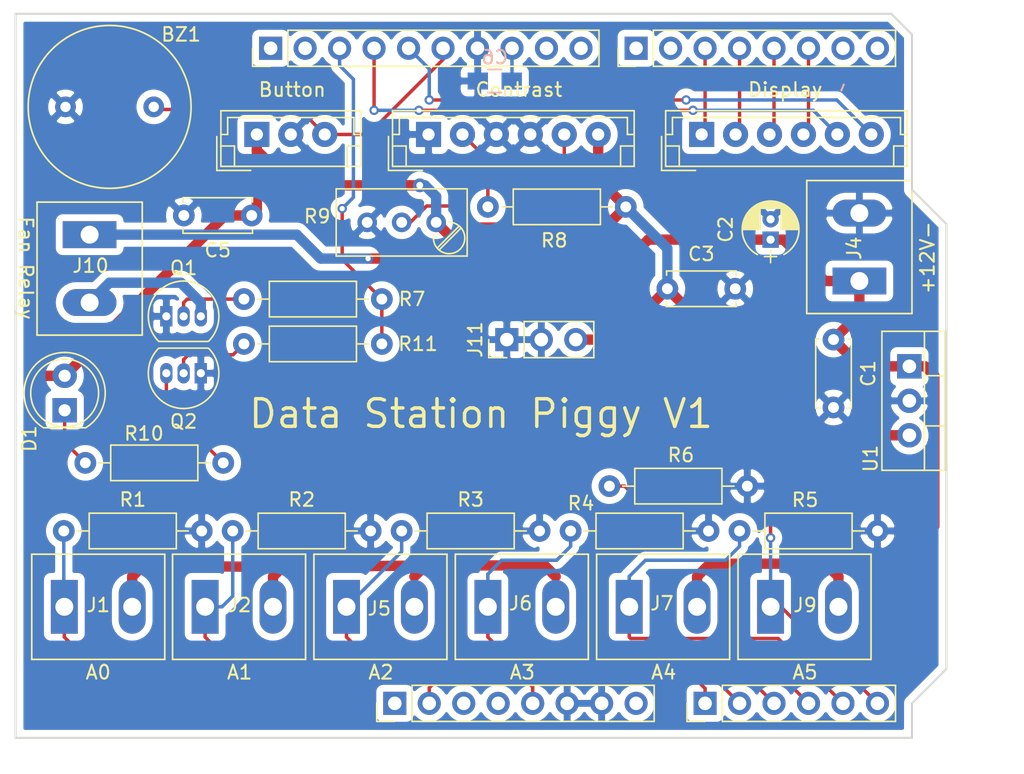
<source format=kicad_pcb>
(kicad_pcb (version 20171130) (host pcbnew "(5.1.5)-3")
  (title_block (date "lun. 30 mars 2015"))
  (layers (0 F.Cu signal) (31 B.Cu signal) (37 F.SilkS user) (38 B.Mask user hide) (39 F.Mask user) (44 Edge.Cuts user))
  (net 0 "")
  (net 1 +5V)
  (net 2 GND)
  (net 3 +12V)
  (net 4 "Net-(D1-Pad1)")
  (net 5 A0)
  (net 6 A1)
  (net 7 "Net-(J3-Pad2)")
  (net 8 "Net-(J3-Pad5)")
  (net 9 A2)
  (net 10 A3)
  (net 11 A4)
  (net 12 A5)
  (net 13 "Net-(J10-Pad2)")
  (net 14 "Net-(Q1-Pad2)")
  (net 15 "Net-(Q2-Pad3)")
  (net 16 "Net-(Q2-Pad2)")
  (net 17 D10)
  (net 18 D13)
  (net 19 AREF)
  (net 20 D12)
  (net 21 D11)
  (net 22 D5)
  (net 23 D4)
  (net 24 D3)
  (net 25 D2)
  (net 26 5V)
  (module Pin_Headers:Pin_Header_Straight_1x08_Pitch2.54mm (layer F.Cu) (at 156.718 75.565 90)
    (fp_text reference J16 hide)
    (fp_text value Conn_01x08_Male)
    (pad 8 thru_hole oval (at 0 17.78 90) (size 1.7 1.7) (drill 1) (layers *.Cu *.Mask))
    (pad 7 thru_hole oval (at 0 15.24 90) (size 1.7 1.7) (drill 1) (layers *.Cu *.Mask))
    (pad 6 thru_hole oval (at 0 12.7 90) (size 1.7 1.7) (drill 1) (layers *.Cu *.Mask) (net 22 D5))
    (pad 5 thru_hole oval (at 0 10.16 90) (size 1.7 1.7) (drill 1) (layers *.Cu *.Mask) (net 23 D4))
    (pad 4 thru_hole oval (at 0 7.62 90) (size 1.7 1.7) (drill 1) (layers *.Cu *.Mask) (net 24 D3))
    (pad 3 thru_hole oval (at 0 5.08 90) (size 1.7 1.7) (drill 1) (layers *.Cu *.Mask) (net 25 D2))
    (pad 2 thru_hole oval (at 0 2.54 90) (size 1.7 1.7) (drill 1) (layers *.Cu *.Mask))
    (pad 1 thru_hole rect (at 0 0 90) (size 1.7 1.7) (drill 1) (layers *.Cu *.Mask))
  )
  (module Potentiometers:Potentiometer_Trimmer_Bourns_3296W (layer F.Cu) (at 141.986 88.392)
    (fp_text reference R9 (at -8.763 -0.4445) (layer F.SilkS))
    (fp_text value 10k)
    (pad 3 thru_hole circle (at -5.08 0) (size 1.44 1.44) (drill 0.8) (layers *.Cu *.Mask) (net 2 GND))
    (pad 2 thru_hole circle (at -2.54 0) (size 1.44 1.44) (drill 0.8) (layers *.Cu *.Mask) (net 8 "Net-(J3-Pad5)"))
    (pad 1 thru_hole circle (at 0 0) (size 1.44 1.44) (drill 0.8) (layers *.Cu *.Mask) (net 1 +5V))
  )
  (module Capacitors_THT:C_Disc_D5.0mm_W2.5mm_P5.00mm (layer F.Cu) (at 171.2595 97.028 270)
    (fp_text reference C1 (at 2.5 -2.56 90) (layer F.SilkS))
    (fp_text value 0.33)
    (pad 2 thru_hole circle (at 5 0 270) (size 1.6 1.6) (drill 0.8) (layers *.Cu *.Mask) (net 2 GND))
    (pad 1 thru_hole circle (at 0 0 270) (size 1.6 1.6) (drill 0.8) (layers *.Cu *.Mask) (net 3 +12V))
  )
  (module Capacitors_THT:CP_Radial_D4.0mm_P1.50mm (layer F.Cu) (at 166.624 89.662 90)
    (fp_text reference C2 (at 0.75 -3.31 90) (layer F.SilkS))
    (fp_text value 10u)
    (pad 2 thru_hole circle (at 1.5 0 90) (size 1.2 1.2) (drill 0.6) (layers *.Cu *.Mask) (net 2 GND))
    (pad 1 thru_hole rect (at 0 0 90) (size 1.2 1.2) (drill 0.6) (layers *.Cu *.Mask) (net 3 +12V))
  )
  (module Capacitors_THT:C_Disc_D5.0mm_W2.5mm_P5.00mm (layer F.Cu) (at 159.0205 93.2815)
    (fp_text reference C3 (at 2.5 -2.56) (layer F.SilkS))
    (fp_text value 0.1)
    (pad 2 thru_hole circle (at 5 0) (size 1.6 1.6) (drill 0.8) (layers *.Cu *.Mask) (net 2 GND))
    (pad 1 thru_hole circle (at 0 0) (size 1.6 1.6) (drill 0.8) (layers *.Cu *.Mask) (net 1 +5V))
  )
  (module Capacitors_THT:C_Disc_D5.0mm_W2.5mm_P5.00mm (layer F.Cu) (at 128.397 87.884 180)
    (fp_text reference C5 (at 2.5 -2.56) (layer F.SilkS))
    (fp_text value 0.1)
    (pad 2 thru_hole circle (at 5 0 180) (size 1.6 1.6) (drill 0.8) (layers *.Cu *.Mask) (net 2 GND))
    (pad 1 thru_hole circle (at 0 0 180) (size 1.6 1.6) (drill 0.8) (layers *.Cu *.Mask) (net 1 +5V))
  )
  (module LEDs:LED_D5.0mm (layer F.Cu) (at 114.6175 102.235 90)
    (fp_text reference D1 (at -2.0955 -2.6035 90) (layer F.SilkS))
    (fp_text value LED)
    (pad 2 thru_hole circle (at 2.54 0 90) (size 1.8 1.8) (drill 0.9) (layers *.Cu *.Mask) (net 1 +5V))
    (pad 1 thru_hole rect (at 0 0 90) (size 1.8 1.8) (drill 0.9) (layers *.Cu *.Mask) (net 4 "Net-(D1-Pad1)"))
  )
  (module Resistors_THT:R_Axial_DIN0207_L6.3mm_D2.5mm_P10.16mm_Horizontal (layer F.Cu) (at 114.554 111.125)
    (fp_text reference R1 (at 5.08 -2.31) (layer F.SilkS))
    (fp_text value 10k)
    (pad 1 thru_hole circle (at 0 0) (size 1.6 1.6) (drill 0.8) (layers *.Cu *.Mask) (net 5 A0))
    (pad 2 thru_hole oval (at 10.16 0) (size 1.6 1.6) (drill 0.8) (layers *.Cu *.Mask) (net 2 GND))
  )
  (module Resistors_THT:R_Axial_DIN0207_L6.3mm_D2.5mm_P10.16mm_Horizontal (layer F.Cu) (at 127 111.125)
    (fp_text reference R2 (at 5.08 -2.31) (layer F.SilkS))
    (fp_text value 10k)
    (pad 1 thru_hole circle (at 0 0) (size 1.6 1.6) (drill 0.8) (layers *.Cu *.Mask) (net 6 A1))
    (pad 2 thru_hole oval (at 10.16 0) (size 1.6 1.6) (drill 0.8) (layers *.Cu *.Mask) (net 2 GND))
  )
  (module Resistors_THT:R_Axial_DIN0207_L6.3mm_D2.5mm_P10.16mm_Horizontal (layer F.Cu) (at 139.446 111.125)
    (fp_text reference R3 (at 5.08 -2.31) (layer F.SilkS))
    (fp_text value 10k)
    (pad 2 thru_hole oval (at 10.16 0) (size 1.6 1.6) (drill 0.8) (layers *.Cu *.Mask) (net 2 GND))
    (pad 1 thru_hole circle (at 0 0) (size 1.6 1.6) (drill 0.8) (layers *.Cu *.Mask) (net 9 A2))
  )
  (module Resistors_THT:R_Axial_DIN0207_L6.3mm_D2.5mm_P10.16mm_Horizontal (layer F.Cu) (at 151.892 111.125)
    (fp_text reference R4 (at 0.762 -2.032) (layer F.SilkS))
    (fp_text value 10k)
    (pad 1 thru_hole circle (at 0 0) (size 1.6 1.6) (drill 0.8) (layers *.Cu *.Mask) (net 10 A3))
    (pad 2 thru_hole oval (at 10.16 0) (size 1.6 1.6) (drill 0.8) (layers *.Cu *.Mask) (net 2 GND))
  )
  (module Resistors_THT:R_Axial_DIN0207_L6.3mm_D2.5mm_P10.16mm_Horizontal (layer F.Cu) (at 164.338 111.125)
    (fp_text reference R5 (at 4.826 -2.286) (layer F.SilkS))
    (fp_text value 220)
    (pad 2 thru_hole oval (at 10.16 0) (size 1.6 1.6) (drill 0.8) (layers *.Cu *.Mask) (net 2 GND))
    (pad 1 thru_hole circle (at 0 0) (size 1.6 1.6) (drill 0.8) (layers *.Cu *.Mask) (net 11 A4))
  )
  (module Resistors_THT:R_Axial_DIN0207_L6.3mm_D2.5mm_P10.16mm_Horizontal (layer F.Cu) (at 154.7495 107.823)
    (fp_text reference R6 (at 5.2705 -2.286) (layer F.SilkS))
    (fp_text value 220)
    (pad 1 thru_hole circle (at 0 0) (size 1.6 1.6) (drill 0.8) (layers *.Cu *.Mask) (net 12 A5))
    (pad 2 thru_hole oval (at 10.16 0) (size 1.6 1.6) (drill 0.8) (layers *.Cu *.Mask) (net 2 GND))
  )
  (module Resistors_THT:R_Axial_DIN0207_L6.3mm_D2.5mm_P10.16mm_Horizontal (layer F.Cu) (at 127.8255 94.0435)
    (fp_text reference R7 (at 12.3825 0) (layer F.SilkS))
    (fp_text value 2.2k)
    (pad 2 thru_hole oval (at 10.16 0) (size 1.6 1.6) (drill 0.8) (layers *.Cu *.Mask) (net 17 D10))
    (pad 1 thru_hole circle (at 0 0) (size 1.6 1.6) (drill 0.8) (layers *.Cu *.Mask) (net 14 "Net-(Q1-Pad2)"))
  )
  (module Resistors_THT:R_Axial_DIN0207_L6.3mm_D2.5mm_P10.16mm_Horizontal (layer F.Cu) (at 145.796 87.249)
    (fp_text reference R8 (at 4.8895 2.4765) (layer F.SilkS))
    (fp_text value 220)
    (pad 1 thru_hole circle (at 0 0) (size 1.6 1.6) (drill 0.8) (layers *.Cu *.Mask) (net 7 "Net-(J3-Pad2)"))
    (pad 2 thru_hole oval (at 10.16 0) (size 1.6 1.6) (drill 0.8) (layers *.Cu *.Mask) (net 1 +5V))
  )
  (module Resistors_THT:R_Axial_DIN0207_L6.3mm_D2.5mm_P10.16mm_Horizontal (layer F.Cu) (at 126.3015 106.1085 180)
    (fp_text reference R10 (at 5.842 2.159) (layer F.SilkS))
    (fp_text value 220)
    (pad 2 thru_hole oval (at 10.16 0 180) (size 1.6 1.6) (drill 0.8) (layers *.Cu *.Mask) (net 4 "Net-(D1-Pad1)"))
    (pad 1 thru_hole circle (at 0 0 180) (size 1.6 1.6) (drill 0.8) (layers *.Cu *.Mask) (net 15 "Net-(Q2-Pad3)"))
  )
  (module Resistors_THT:R_Axial_DIN0207_L6.3mm_D2.5mm_P10.16mm_Horizontal (layer F.Cu) (at 127.8255 97.3455)
    (fp_text reference R11 (at 12.827 0) (layer F.SilkS))
    (fp_text value 4.7k)
    (pad 2 thru_hole oval (at 10.16 0) (size 1.6 1.6) (drill 0.8) (layers *.Cu *.Mask) (net 17 D10))
    (pad 1 thru_hole circle (at 0 0) (size 1.6 1.6) (drill 0.8) (layers *.Cu *.Mask) (net 16 "Net-(Q2-Pad2)"))
  )
  (module TO_SOT_Packages_THT:TO-220-3_Vertical (layer F.Cu) (at 176.8475 98.9965 270)
    (fp_text reference U1 (at 6.7945 2.8575 90) (layer F.SilkS))
    (fp_text value LM7805_TO220)
    (pad 3 thru_hole oval (at 5.08 0 270) (size 1.8 1.8) (drill 1) (layers *.Cu *.Mask) (net 1 +5V))
    (pad 2 thru_hole oval (at 2.54 0 270) (size 1.8 1.8) (drill 1) (layers *.Cu *.Mask) (net 2 GND))
    (pad 1 thru_hole rect (at 0 0 270) (size 1.8 1.8) (drill 1) (layers *.Cu *.Mask) (net 3 +12V))
  )
  (module "Rays Footprints:Buzzer-WT-1212" (layer F.Cu) (at 117.931 79.883 180)
    (fp_text reference BZ1 (at -5.259 5.334) (layer F.SilkS))
    (fp_text value Buzzer)
    (pad 1 thru_hole circle (at -3.25 0 180) (size 1.524 1.524) (drill 0.762) (layers *.Cu *.Mask) (net 18 D13))
    (pad 2 thru_hole circle (at 3.25 0 180) (size 1.524 1.524) (drill 0.762) (layers *.Cu *.Mask) (net 2 GND))
  )
  (module "Rays Footprints:Ryans_Terminal_Block_10mm7.75mmP5mm" (layer F.Cu) (at 117.094 116.713)
    (fp_text reference J1 (at 0 -0.127) (layer F.SilkS))
    (fp_text value Conn_01x02_Male)
    (pad 1 thru_hole rect (at -2.5 0) (size 1.98 3.96) (drill 1.32) (layers *.Cu *.Mask) (net 5 A0))
    (pad 2 thru_hole oval (at 2.5 0) (size 1.98 3.96) (drill 1.32) (layers *.Cu *.Mask) (net 1 +5V))
  )
  (module "Rays Footprints:Ryans_Terminal_Block_10mm7.75mmP5mm" (layer F.Cu) (at 127.468 116.713)
    (fp_text reference J2 (at 0.04 -0.127) (layer F.SilkS))
    (fp_text value Conn_01x02_Male)
    (pad 1 thru_hole rect (at -2.5 0) (size 1.98 3.96) (drill 1.32) (layers *.Cu *.Mask) (net 6 A1))
    (pad 2 thru_hole oval (at 2.5 0) (size 1.98 3.96) (drill 1.32) (layers *.Cu *.Mask) (net 1 +5V))
  )
  (module Connectors_JST:JST_EH_B06B-EH-A_06x2.50mm_Straight (layer F.Cu) (at 141.424 81.915)
    (fp_text reference J3 hide)
    (fp_text value Conn_01x06_Male)
    (pad 1 thru_hole rect (at 0 0) (size 1.85 1.85) (drill 0.9) (layers *.Cu *.Mask) (net 2 GND))
    (pad 2 thru_hole circle (at 2.5 0) (size 1.85 1.85) (drill 0.9) (layers *.Cu *.Mask) (net 7 "Net-(J3-Pad2)"))
    (pad 3 thru_hole circle (at 5 0) (size 1.85 1.85) (drill 0.9) (layers *.Cu *.Mask) (net 2 GND))
    (pad 4 thru_hole circle (at 7.5 0) (size 1.85 1.85) (drill 0.9) (layers *.Cu *.Mask) (net 2 GND))
    (pad 5 thru_hole circle (at 10 0) (size 1.85 1.85) (drill 0.9) (layers *.Cu *.Mask) (net 8 "Net-(J3-Pad5)"))
    (pad 6 thru_hole circle (at 12.5 0) (size 1.85 1.85) (drill 0.9) (layers *.Cu *.Mask) (net 1 +5V))
  )
  (module "Rays Footprints:Ryans_Terminal_Block_10mm7.75mmP5mm" (layer F.Cu) (at 137.882 116.713)
    (fp_text reference J5 (at -0.087 0.127) (layer F.SilkS))
    (fp_text value Conn_01x02_Male)
    (pad 2 thru_hole oval (at 2.5 0) (size 1.98 3.96) (drill 1.32) (layers *.Cu *.Mask) (net 1 +5V))
    (pad 1 thru_hole rect (at -2.5 0) (size 1.98 3.96) (drill 1.32) (layers *.Cu *.Mask) (net 9 A2))
  )
  (module "Rays Footprints:Ryans_Terminal_Block_10mm7.75mmP5mm" (layer F.Cu) (at 148.296 116.713)
    (fp_text reference J6 (at -0.087 -0.254) (layer F.SilkS))
    (fp_text value Conn_01x02_Male)
    (pad 1 thru_hole rect (at -2.5 0) (size 1.98 3.96) (drill 1.32) (layers *.Cu *.Mask) (net 10 A3))
    (pad 2 thru_hole oval (at 2.5 0) (size 1.98 3.96) (drill 1.32) (layers *.Cu *.Mask) (net 1 +5V))
  )
  (module "Rays Footprints:Ryans_Terminal_Block_10mm7.75mmP5mm" (layer F.Cu) (at 158.71 116.713)
    (fp_text reference J7 (at -0.087 -0.254) (layer F.SilkS))
    (fp_text value Conn_01x02_Male)
    (pad 2 thru_hole oval (at 2.5 0) (size 1.98 3.96) (drill 1.32) (layers *.Cu *.Mask) (net 3 +12V))
    (pad 1 thru_hole rect (at -2.5 0) (size 1.98 3.96) (drill 1.32) (layers *.Cu *.Mask) (net 11 A4))
  )
  (module Connectors_JST:JST_EH_B06B-EH-A_06x2.50mm_Straight (layer F.Cu) (at 161.544 81.915)
    (fp_text reference J8 hide)
    (fp_text value Conn_01x06_Male)
    (pad 6 thru_hole circle (at 12.5 0) (size 1.85 1.85) (drill 0.9) (layers *.Cu *.Mask) (net 20 D12))
    (pad 5 thru_hole circle (at 10 0) (size 1.85 1.85) (drill 0.9) (layers *.Cu *.Mask) (net 21 D11))
    (pad 4 thru_hole circle (at 7.5 0) (size 1.85 1.85) (drill 0.9) (layers *.Cu *.Mask) (net 22 D5))
    (pad 3 thru_hole circle (at 5 0) (size 1.85 1.85) (drill 0.9) (layers *.Cu *.Mask) (net 23 D4))
    (pad 2 thru_hole circle (at 2.5 0) (size 1.85 1.85) (drill 0.9) (layers *.Cu *.Mask) (net 24 D3))
    (pad 1 thru_hole rect (at 0 0) (size 1.85 1.85) (drill 0.9) (layers *.Cu *.Mask) (net 25 D2))
  )
  (module "Rays Footprints:Ryans_Terminal_Block_10mm7.75mmP5mm" (layer F.Cu) (at 169.124 116.713)
    (fp_text reference J9 (at 0.04 -0.127) (layer F.SilkS))
    (fp_text value Conn_01x02_Male)
    (pad 1 thru_hole rect (at -2.5 0) (size 1.98 3.96) (drill 1.32) (layers *.Cu *.Mask) (net 12 A5))
    (pad 2 thru_hole oval (at 2.5 0) (size 1.98 3.96) (drill 1.32) (layers *.Cu *.Mask) (net 3 +12V))
  )
  (module "Rays Footprints:Ryans_Terminal_Block_10mm7.75mmP5mm" (layer F.Cu) (at 116.459 91.7975 270)
    (fp_text reference J10 (at -0.214 -0.0635) (layer F.SilkS))
    (fp_text value Conn_01x02_Male)
    (pad 2 thru_hole oval (at 2.5 0 270) (size 1.98 3.96) (drill 1.32) (layers *.Cu *.Mask) (net 13 "Net-(J10-Pad2)"))
    (pad 1 thru_hole rect (at -2.5 0 270) (size 1.98 3.96) (drill 1.32) (layers *.Cu *.Mask) (net 3 +12V))
  )
  (module Connectors_JST:JST_EH_B03B-EH-A_03x2.50mm_Straight (layer F.Cu) (at 128.778 81.915)
    (fp_text reference J12 hide)
    (fp_text value Conn_01x06_Male)
    (pad 3 thru_hole circle (at 5 0) (size 1.85 1.85) (drill 0.9) (layers *.Cu *.Mask) (net 18 D13))
    (pad 2 thru_hole circle (at 2.5 0) (size 1.85 1.85) (drill 0.9) (layers *.Cu *.Mask) (net 2 GND))
    (pad 1 thru_hole rect (at 0 0) (size 1.85 1.85) (drill 0.9) (layers *.Cu *.Mask) (net 1 +5V))
  )
  (module Pin_Headers:Pin_Header_Straight_1x03_Pitch2.54mm (layer F.Cu) (at 147.193 97.028 90)
    (fp_text reference J11 (at 0 -2.33 90) (layer F.SilkS))
    (fp_text value Conn_01x03_Male)
    (pad 3 thru_hole oval (at 0 5.08 90) (size 1.7 1.7) (drill 1) (layers *.Cu *.Mask) (net 1 +5V))
    (pad 2 thru_hole oval (at 0 2.54 90) (size 1.7 1.7) (drill 1) (layers *.Cu *.Mask) (net 2 GND))
    (pad 1 thru_hole rect (at 0 0 90) (size 1.7 1.7) (drill 1) (layers *.Cu *.Mask) (net 2 GND))
  )
  (module Pin_Headers:Pin_Header_Straight_1x06_Pitch2.54mm (layer F.Cu) (at 161.798 123.825 90)
    (fp_text reference J13 hide)
    (fp_text value Conn_01x06_Male)
    (pad 6 thru_hole oval (at 0 12.7 90) (size 1.7 1.7) (drill 1) (layers *.Cu *.Mask) (net 12 A5))
    (pad 5 thru_hole oval (at 0 10.16 90) (size 1.7 1.7) (drill 1) (layers *.Cu *.Mask) (net 11 A4))
    (pad 4 thru_hole oval (at 0 7.62 90) (size 1.7 1.7) (drill 1) (layers *.Cu *.Mask) (net 10 A3))
    (pad 3 thru_hole oval (at 0 5.08 90) (size 1.7 1.7) (drill 1) (layers *.Cu *.Mask) (net 9 A2))
    (pad 2 thru_hole oval (at 0 2.54 90) (size 1.7 1.7) (drill 1) (layers *.Cu *.Mask) (net 6 A1))
    (pad 1 thru_hole rect (at 0 0 90) (size 1.7 1.7) (drill 1) (layers *.Cu *.Mask) (net 5 A0))
  )
  (module Pin_Headers:Pin_Header_Straight_1x08_Pitch2.54mm (layer F.Cu) (at 138.938 123.825 90)
    (fp_text reference J14 hide)
    (fp_text value Conn_01x08_Male)
    (pad 1 thru_hole rect (at 0 0 90) (size 1.7 1.7) (drill 1) (layers *.Cu *.Mask))
    (pad 2 thru_hole oval (at 0 2.54 90) (size 1.7 1.7) (drill 1) (layers *.Cu *.Mask) (net 26 5V))
    (pad 3 thru_hole oval (at 0 5.08 90) (size 1.7 1.7) (drill 1) (layers *.Cu *.Mask))
    (pad 4 thru_hole oval (at 0 7.62 90) (size 1.7 1.7) (drill 1) (layers *.Cu *.Mask))
    (pad 5 thru_hole oval (at 0 10.16 90) (size 1.7 1.7) (drill 1) (layers *.Cu *.Mask) (net 26 5V))
    (pad 6 thru_hole oval (at 0 12.7 90) (size 1.7 1.7) (drill 1) (layers *.Cu *.Mask) (net 2 GND))
    (pad 7 thru_hole oval (at 0 15.24 90) (size 1.7 1.7) (drill 1) (layers *.Cu *.Mask) (net 2 GND))
    (pad 8 thru_hole oval (at 0 17.78 90) (size 1.7 1.7) (drill 1) (layers *.Cu *.Mask))
  )
  (module Pin_Headers:Pin_Header_Straight_1x10_Pitch2.54mm (layer F.Cu) (at 129.794 75.565 90)
    (fp_text reference J17 hide)
    (fp_text value Conn_01x10_Male)
    (pad 10 thru_hole oval (at 0 22.86 90) (size 1.7 1.7) (drill 1) (layers *.Cu *.Mask))
    (pad 9 thru_hole oval (at 0 20.32 90) (size 1.7 1.7) (drill 1) (layers *.Cu *.Mask))
    (pad 8 thru_hole oval (at 0 17.78 90) (size 1.7 1.7) (drill 1) (layers *.Cu *.Mask) (net 19 AREF))
    (pad 7 thru_hole oval (at 0 15.24 90) (size 1.7 1.7) (drill 1) (layers *.Cu *.Mask) (net 2 GND))
    (pad 6 thru_hole oval (at 0 12.7 90) (size 1.7 1.7) (drill 1) (layers *.Cu *.Mask) (net 18 D13))
    (pad 5 thru_hole oval (at 0 10.16 90) (size 1.7 1.7) (drill 1) (layers *.Cu *.Mask) (net 20 D12))
    (pad 4 thru_hole oval (at 0 7.62 90) (size 1.7 1.7) (drill 1) (layers *.Cu *.Mask) (net 21 D11))
    (pad 3 thru_hole oval (at 0 5.08 90) (size 1.7 1.7) (drill 1) (layers *.Cu *.Mask) (net 17 D10))
    (pad 2 thru_hole oval (at 0 2.54 90) (size 1.7 1.7) (drill 1) (layers *.Cu *.Mask))
    (pad 1 thru_hole rect (at 0 0 90) (size 1.7 1.7) (drill 1) (layers *.Cu *.Mask))
  )
  (module "Rays Footprints:Ryans_Terminal_Block_10mm7.75mmP5mm" (layer F.Cu) (at 173.1645 90.21 90)
    (fp_text reference J4 (at -0.087 -0.381 90) (layer F.SilkS))
    (fp_text value Conn_01x02_Male)
    (pad 1 thru_hole rect (at -2.5 0 90) (size 1.98 3.96) (drill 1.32) (layers *.Cu *.Mask) (net 3 +12V))
    (pad 2 thru_hole oval (at 2.5 0 90) (size 1.98 3.96) (drill 1.32) (layers *.Cu *.Mask) (net 2 GND))
  )
  (module TO_SOT_Packages_THT:TO-92_Inline_Narrow_Oval (layer F.Cu) (at 122.1105 95.3135)
    (fp_text reference Q1 (at 1.27 -3.56) (layer F.SilkS))
    (fp_text value 2N2222)
    (pad 1 thru_hole rect (at 0 0 180) (size 0.9 1.5) (drill 0.6) (layers *.Cu *.Mask) (net 2 GND))
    (pad 3 thru_hole oval (at 2.54 0 180) (size 0.9 1.5) (drill 0.6) (layers *.Cu *.Mask) (net 13 "Net-(J10-Pad2)"))
    (pad 2 thru_hole oval (at 1.27 0 180) (size 0.9 1.5) (drill 0.6) (layers *.Cu *.Mask) (net 14 "Net-(Q1-Pad2)"))
  )
  (module TO_SOT_Packages_THT:TO-92_Inline_Narrow_Oval (layer F.Cu) (at 124.6505 99.5045 180)
    (fp_text reference Q2 (at 1.27 -3.56) (layer F.SilkS))
    (fp_text value 2N2222)
    (pad 2 thru_hole oval (at 1.27 0) (size 0.9 1.5) (drill 0.6) (layers *.Cu *.Mask) (net 16 "Net-(Q2-Pad2)"))
    (pad 3 thru_hole oval (at 2.54 0) (size 0.9 1.5) (drill 0.6) (layers *.Cu *.Mask) (net 15 "Net-(Q2-Pad3)"))
    (pad 1 thru_hole rect (at 0 0) (size 0.9 1.5) (drill 0.6) (layers *.Cu *.Mask) (net 2 GND))
  )
  (module Capacitors_SMD:C_0805_HandSoldering (layer B.Cu) (at 146.304 77.978 180)
    (fp_text reference C6 (at 0 1.75) (layer B.SilkS) (effects (justify mirror)))
    (fp_text value 0.1)
    (pad 2 smd rect (at 1.25 0 180) (size 1.5 1.25) (layers B.Cu B.Paste B.Mask) (net 2 GND))
    (pad 1 smd rect (at -1.25 0 180) (size 1.5 1.25) (layers B.Cu B.Paste B.Mask) (net 19 AREF))
  )
  (gr_text "Data Station Piggy V1" (at 145.288 102.489) (layer F.SilkS) (effects (font (size 2.032 2.032) (thickness 0.254))))
  (gr_text A5 (at 169.164 121.539) (layer F.SilkS) (effects (font (size 1.016 1.016) (thickness 0.1524))))
  (gr_text A4 (at 158.75 121.539) (layer F.SilkS) (effects (font (size 1.016 1.016) (thickness 0.1524))))
  (gr_text A3 (at 148.336 121.539) (layer F.SilkS) (effects (font (size 1.016 1.016) (thickness 0.1524))))
  (gr_text A2 (at 137.922 121.539) (layer F.SilkS) (effects (font (size 1.016 1.016) (thickness 0.1524))))
  (gr_text A1 (at 127.508 121.539) (layer F.SilkS) (effects (font (size 1.016 1.016) (thickness 0.1524))))
  (gr_text A0 (at 117.094 121.539) (layer F.SilkS) (effects (font (size 1.016 1.016) (thickness 0.1524))))
  (gr_text "Fan Relay" (at 111.76 91.7575 270) (layer F.SilkS) (effects (font (size 1.016 1.016) (thickness 0.1524))))
  (gr_text +12V- (at 178.181 90.9955 90) (layer F.SilkS) (effects (font (size 1.016 1.016) (thickness 0.1524))))
  (gr_line (start 171.831 78.6765) (end 172.0215 78.232) (layer B.SilkS) (width 0.15))
  (gr_text Button (at 131.3815 78.613) (layer F.SilkS) (effects (font (size 1.016 1.016) (thickness 0.1524))))
  (gr_text "Contrast\n" (at 148.082 78.613) (layer F.SilkS) (effects (font (size 1.016 1.016) (thickness 0.1524))))
  (gr_text Display (at 167.7035 78.613) (layer F.SilkS) (effects (font (size 1.016 1.016) (thickness 0.1524))))
  (gr_line (start 177.038 74.549) (end 175.514 73.025) (angle 90) (layer Edge.Cuts) (width 0.15))
  (gr_line (start 177.038 85.979) (end 177.038 74.549) (angle 90) (layer Edge.Cuts) (width 0.15))
  (gr_line (start 179.578 88.519) (end 177.038 85.979) (angle 90) (layer Edge.Cuts) (width 0.15))
  (gr_line (start 179.578 121.285) (end 179.578 88.519) (angle 90) (layer Edge.Cuts) (width 0.15))
  (gr_line (start 177.038 123.825) (end 179.578 121.285) (angle 90) (layer Edge.Cuts) (width 0.15))
  (gr_line (start 177.038 126.365) (end 177.038 123.825) (angle 90) (layer Edge.Cuts) (width 0.15))
  (gr_line (start 110.998 126.365) (end 177.038 126.365) (angle 90) (layer Edge.Cuts) (width 0.15))
  (gr_line (start 110.998 73.025) (end 110.998 126.365) (angle 90) (layer Edge.Cuts) (width 0.15))
  (gr_line (start 175.514 73.025) (end 110.998 73.025) (angle 90) (layer Edge.Cuts) (width 0.15))
  (segment (start 150.796 116.713) (end 150.796 114.483) (width 0.25) (layer F.Cu) (net 1))
  (segment (start 141.073 113.792) (end 141.097 113.792) (width 0.762) (layer F.Cu) (net 1))
  (segment (start 140.382 114.483) (end 141.073 113.792) (width 0.762) (layer F.Cu) (net 1))
  (segment (start 140.382 116.713) (end 140.382 114.483) (width 0.25) (layer F.Cu) (net 1))
  (segment (start 141.224 113.665) (end 141.097 113.792) (width 0.762) (layer F.Cu) (net 1))
  (segment (start 150.796 114.483) (end 149.978 113.665) (width 0.762) (layer F.Cu) (net 1))
  (segment (start 149.978 113.665) (end 141.224 113.665) (width 0.762) (layer F.Cu) (net 1))
  (segment (start 119.594 114.483) (end 119.594 116.713) (width 0.762) (layer F.Cu) (net 1))
  (segment (start 120.412 113.665) (end 119.594 114.483) (width 0.762) (layer F.Cu) (net 1))
  (segment (start 130.429 114.022) (end 130.429 113.792) (width 0.762) (layer F.Cu) (net 1))
  (segment (start 129.968 116.713) (end 129.968 114.483) (width 0.762) (layer F.Cu) (net 1))
  (segment (start 129.968 114.483) (end 130.429 114.022) (width 0.762) (layer F.Cu) (net 1))
  (segment (start 141.224 113.665) (end 130.429 113.792) (width 0.762) (layer F.Cu) (net 1))
  (segment (start 130.429 113.792) (end 120.412 113.665) (width 0.762) (layer F.Cu) (net 1))
  (segment (start 153.924 85.217) (end 155.956 87.249) (width 0.762) (layer F.Cu) (net 1))
  (segment (start 153.924 81.915) (end 153.924 85.217) (width 0.762) (layer F.Cu) (net 1))
  (segment (start 128.778 83.094) (end 128.778 81.915) (width 0.762) (layer F.Cu) (net 1))
  (segment (start 155.156001 88.048999) (end 155.956 87.249) (width 0.762) (layer F.Cu) (net 1))
  (segment (start 141.986 88.392) (end 143.129 89.535) (width 0.762) (layer F.Cu) (net 1))
  (segment (start 153.67 89.535) (end 155.156001 88.048999) (width 0.762) (layer F.Cu) (net 1))
  (segment (start 143.129 89.535) (end 153.67 89.535) (width 0.762) (layer F.Cu) (net 1))
  (segment (start 112.3315 105.5845) (end 120.412 113.665) (width 0.762) (layer F.Cu) (net 1))
  (segment (start 112.3315 100.5205) (end 112.3315 105.5845) (width 0.762) (layer F.Cu) (net 1))
  (segment (start 113.157 99.695) (end 114.6175 99.695) (width 0.762) (layer F.Cu) (net 1))
  (segment (start 112.3315 100.5205) (end 113.157 99.695) (width 0.762) (layer F.Cu) (net 1))
  (segment (start 155.274 97.028) (end 159.0205 93.2815) (width 0.762) (layer F.Cu) (net 1))
  (segment (start 152.273 97.028) (end 155.274 97.028) (width 0.762) (layer F.Cu) (net 1))
  (via (at 140.779502 85.6615) (size 1.016) (drill 0.508) (layers F.Cu B.Cu) (net 1))
  (segment (start 128.778 83.094) (end 131.3455 85.6615) (width 0.762) (layer F.Cu) (net 1))
  (segment (start 131.3455 85.6615) (end 140.061082 85.6615) (width 0.762) (layer F.Cu) (net 1))
  (segment (start 140.061082 85.6615) (end 140.779502 85.6615) (width 0.762) (layer F.Cu) (net 1))
  (segment (start 141.1605 85.6615) (end 140.779502 85.6615) (width 0.762) (layer B.Cu) (net 1))
  (segment (start 141.986 88.392) (end 141.986 86.487) (width 0.762) (layer B.Cu) (net 1))
  (segment (start 141.986 86.487) (end 141.1605 85.6615) (width 0.762) (layer B.Cu) (net 1))
  (segment (start 175.574708 104.0765) (end 176.8475 104.0765) (width 0.762) (layer F.Cu) (net 1))
  (segment (start 159.0205 93.2815) (end 169.8155 104.0765) (width 0.762) (layer F.Cu) (net 1))
  (segment (start 169.8155 104.0765) (end 175.574708 104.0765) (width 0.762) (layer F.Cu) (net 1))
  (segment (start 159.0205 90.3135) (end 155.956 87.249) (width 0.762) (layer B.Cu) (net 1))
  (segment (start 159.0205 93.2815) (end 159.0205 90.3135) (width 0.762) (layer B.Cu) (net 1))
  (segment (start 128.778 87.503) (end 128.397 87.884) (width 0.762) (layer F.Cu) (net 1))
  (segment (start 128.778 83.094) (end 128.778 87.503) (width 0.762) (layer F.Cu) (net 1))
  (segment (start 128.397 87.884) (end 126.4285 87.884) (width 0.762) (layer F.Cu) (net 1))
  (segment (start 116.9035 97.409) (end 114.6175 99.695) (width 0.762) (layer F.Cu) (net 1))
  (segment (start 126.4285 87.884) (end 116.9035 97.409) (width 0.762) (layer F.Cu) (net 1))
  (segment (start 164.338 107.823) (end 165.46937 107.823) (width 0.254) (layer B.Cu) (net 2))
  (segment (start 145.034 77.9145) (end 145.0975 77.978) (width 0.254) (layer B.Cu) (net 2))
  (segment (start 145.034 75.565) (end 145.034 77.9145) (width 0.254) (layer B.Cu) (net 2))
  (segment (start 162.155 113.538) (end 161.21 114.483) (width 0.762) (layer F.Cu) (net 3))
  (segment (start 161.21 114.483) (end 161.21 116.713) (width 0.762) (layer F.Cu) (net 3))
  (segment (start 170.679 113.538) (end 162.155 113.538) (width 0.762) (layer F.Cu) (net 3))
  (segment (start 171.624 116.713) (end 171.624 114.483) (width 0.762) (layer F.Cu) (net 3))
  (segment (start 173.228 98.9965) (end 171.2595 97.028) (width 0.762) (layer F.Cu) (net 3))
  (segment (start 176.8475 98.9965) (end 173.228 98.9965) (width 0.762) (layer F.Cu) (net 3))
  (segment (start 173.1645 95.123) (end 171.2595 97.028) (width 0.762) (layer F.Cu) (net 3))
  (segment (start 173.1645 92.71) (end 173.1645 95.123) (width 0.762) (layer F.Cu) (net 3))
  (via (at 136.9695 91.059) (size 0.6858) (drill 0.381) (layers F.Cu B.Cu) (net 3))
  (segment (start 170.9305 92.71) (end 173.1645 92.71) (width 0.762) (layer F.Cu) (net 3))
  (segment (start 170.6245 113.538) (end 170.679 113.538) (width 0.762) (layer F.Cu) (net 3))
  (segment (start 171.624 114.483) (end 170.6245 113.538) (width 0.762) (layer F.Cu) (net 3))
  (segment (start 176.8475 98.9965) (end 178.0015 98.9965) (width 0.762) (layer F.Cu) (net 3))
  (segment (start 178.0015 98.9965) (end 178.689 99.684) (width 0.762) (layer F.Cu) (net 3))
  (segment (start 154.3685 92.9005) (end 140.843 92.9005) (width 0.762) (layer F.Cu) (net 3))
  (segment (start 139.0015 91.059) (end 136.9695 91.059) (width 0.762) (layer F.Cu) (net 3))
  (segment (start 157.607 89.662) (end 154.3685 92.9005) (width 0.762) (layer F.Cu) (net 3))
  (segment (start 166.624 89.662) (end 157.607 89.662) (width 0.762) (layer F.Cu) (net 3))
  (segment (start 140.843 92.9005) (end 139.0015 91.059) (width 0.762) (layer F.Cu) (net 3))
  (segment (start 166.624 89.662) (end 167.5765 89.662) (width 0.762) (layer F.Cu) (net 3))
  (segment (start 170.6245 92.71) (end 170.9305 92.71) (width 0.762) (layer F.Cu) (net 3))
  (segment (start 167.5765 89.662) (end 170.6245 92.71) (width 0.762) (layer F.Cu) (net 3))
  (segment (start 175.895 113.538) (end 170.6245 113.538) (width 0.762) (layer F.Cu) (net 3))
  (segment (start 178.689 99.684) (end 178.689 110.744) (width 0.762) (layer F.Cu) (net 3))
  (segment (start 178.689 110.744) (end 175.895 113.538) (width 0.762) (layer F.Cu) (net 3))
  (segment (start 136.9695 91.059) (end 133.477 91.059) (width 0.762) (layer B.Cu) (net 3))
  (segment (start 131.7155 89.2975) (end 116.459 89.2975) (width 0.762) (layer B.Cu) (net 3))
  (segment (start 133.477 91.059) (end 131.7155 89.2975) (width 0.762) (layer B.Cu) (net 3))
  (segment (start 114.6175 104.5845) (end 116.1415 106.1085) (width 0.254) (layer F.Cu) (net 4))
  (segment (start 114.6175 102.235) (end 114.6175 104.5845) (width 0.254) (layer F.Cu) (net 4))
  (segment (start 161.798 123.825) (end 161.798 122.725) (width 0.25) (layer F.Cu) (net 5))
  (segment (start 114.554 116.673) (end 114.594 116.713) (width 0.254) (layer B.Cu) (net 5))
  (segment (start 114.554 111.125) (end 114.554 116.673) (width 0.254) (layer B.Cu) (net 5))
  (segment (start 114.594 118.943) (end 114.594 116.713) (width 0.254) (layer F.Cu) (net 5))
  (segment (start 116.9995 121.3485) (end 114.594 118.943) (width 0.254) (layer F.Cu) (net 5))
  (segment (start 161.798 122.725) (end 160.4215 121.3485) (width 0.254) (layer F.Cu) (net 5))
  (segment (start 160.4215 121.3485) (end 116.9995 121.3485) (width 0.254) (layer F.Cu) (net 5))
  (segment (start 124.968 118.943) (end 124.968 116.713) (width 0.254) (layer F.Cu) (net 6))
  (segment (start 126.421 120.396) (end 124.968 118.943) (width 0.25) (layer F.Cu) (net 6))
  (segment (start 126.212 116.713) (end 124.968 116.713) (width 0.254) (layer B.Cu) (net 6))
  (segment (start 127 115.925) (end 126.212 116.713) (width 0.254) (layer B.Cu) (net 6))
  (segment (start 127 111.125) (end 127 115.925) (width 0.254) (layer B.Cu) (net 6))
  (segment (start 126.7385 120.7135) (end 126.421 120.396) (width 0.254) (layer F.Cu) (net 6))
  (segment (start 164.338 123.825) (end 161.2265 120.7135) (width 0.254) (layer F.Cu) (net 6))
  (segment (start 161.2265 120.7135) (end 126.7385 120.7135) (width 0.254) (layer F.Cu) (net 6))
  (segment (start 145.796 83.787) (end 145.796 87.249) (width 0.254) (layer F.Cu) (net 7))
  (segment (start 143.924 81.915) (end 145.796 83.787) (width 0.254) (layer F.Cu) (net 7))
  (segment (start 147.066 88.519) (end 151.424 84.161) (width 0.254) (layer F.Cu) (net 8))
  (segment (start 151.424 83.223147) (end 151.424 81.915) (width 0.254) (layer F.Cu) (net 8))
  (segment (start 140.081 88.392) (end 141.2875 87.1855) (width 0.254) (layer F.Cu) (net 8))
  (segment (start 151.424 84.161) (end 151.424 83.223147) (width 0.254) (layer F.Cu) (net 8))
  (segment (start 139.446 88.392) (end 140.081 88.392) (width 0.254) (layer F.Cu) (net 8))
  (segment (start 144.78 88.519) (end 147.066 88.519) (width 0.254) (layer F.Cu) (net 8))
  (segment (start 141.2875 87.1855) (end 143.4465 87.1855) (width 0.254) (layer F.Cu) (net 8))
  (segment (start 143.4465 87.1855) (end 144.78 88.519) (width 0.254) (layer F.Cu) (net 8))
  (segment (start 139.446 111.125) (end 139.446 112.649) (width 0.254) (layer B.Cu) (net 9))
  (segment (start 139.446 112.649) (end 135.382 116.713) (width 0.254) (layer B.Cu) (net 9))
  (segment (start 136.581 120.142) (end 135.382 118.943) (width 0.254) (layer F.Cu) (net 9))
  (segment (start 166.878 123.825) (end 163.195 120.142) (width 0.254) (layer F.Cu) (net 9))
  (segment (start 135.382 118.943) (end 135.382 116.713) (width 0.254) (layer F.Cu) (net 9))
  (segment (start 163.195 120.142) (end 136.581 120.142) (width 0.254) (layer F.Cu) (net 9))
  (segment (start 146.812 113.284) (end 145.796 114.3) (width 0.254) (layer B.Cu) (net 10))
  (segment (start 150.86437 113.284) (end 146.812 113.284) (width 0.254) (layer B.Cu) (net 10))
  (segment (start 151.892 111.125) (end 151.892 112.25637) (width 0.254) (layer B.Cu) (net 10))
  (segment (start 145.796 114.3) (end 145.796 116.713) (width 0.254) (layer B.Cu) (net 10))
  (segment (start 151.892 112.25637) (end 150.86437 113.284) (width 0.254) (layer B.Cu) (net 10))
  (segment (start 146.4235 119.5705) (end 145.796 118.943) (width 0.254) (layer F.Cu) (net 10))
  (segment (start 169.418 123.825) (end 165.1635 119.5705) (width 0.254) (layer F.Cu) (net 10))
  (segment (start 145.796 118.943) (end 145.796 116.713) (width 0.254) (layer F.Cu) (net 10))
  (segment (start 165.1635 119.5705) (end 146.4235 119.5705) (width 0.254) (layer F.Cu) (net 10))
  (segment (start 171.958 123.825) (end 167.178967 119.045967) (width 0.254) (layer F.Cu) (net 11))
  (segment (start 156.312967 119.045967) (end 156.21 118.943) (width 0.254) (layer F.Cu) (net 11))
  (segment (start 167.178967 119.045967) (end 156.312967 119.045967) (width 0.254) (layer F.Cu) (net 11))
  (segment (start 156.21 118.943) (end 156.21 116.713) (width 0.254) (layer F.Cu) (net 11))
  (segment (start 164.338 112.25637) (end 163.31037 113.284) (width 0.254) (layer B.Cu) (net 11))
  (segment (start 164.338 111.125) (end 164.338 112.25637) (width 0.254) (layer B.Cu) (net 11))
  (segment (start 156.21 114.479) (end 156.21 116.713) (width 0.254) (layer B.Cu) (net 11))
  (segment (start 157.405 113.284) (end 156.21 114.479) (width 0.254) (layer B.Cu) (net 11))
  (segment (start 163.31037 113.284) (end 157.405 113.284) (width 0.254) (layer B.Cu) (net 11))
  (segment (start 167.386 116.713) (end 166.624 116.713) (width 0.254) (layer F.Cu) (net 12))
  (segment (start 174.498 123.825) (end 167.386 116.713) (width 0.254) (layer F.Cu) (net 12))
  (segment (start 155.88087 107.823) (end 154.7495 107.823) (width 0.254) (layer F.Cu) (net 12))
  (segment (start 157.46837 109.4105) (end 155.88087 107.823) (width 0.254) (layer F.Cu) (net 12))
  (segment (start 165.4175 109.4105) (end 157.46837 109.4105) (width 0.254) (layer F.Cu) (net 12))
  (segment (start 166.624 110.617) (end 165.4175 109.4105) (width 0.254) (layer F.Cu) (net 12))
  (segment (start 166.624 111.633) (end 166.624 110.617) (width 0.254) (layer F.Cu) (net 12))
  (via (at 166.624 111.633) (size 0.6858) (drill 0.381) (layers F.Cu B.Cu) (net 12))
  (segment (start 166.624 116.713) (end 166.624 111.633) (width 0.254) (layer B.Cu) (net 12))
  (segment (start 123.178 92.837) (end 117.9195 92.837) (width 0.762) (layer B.Cu) (net 13))
  (segment (start 117.9195 92.837) (end 116.459 94.2975) (width 0.762) (layer B.Cu) (net 13))
  (segment (start 124.6505 95.3135) (end 124.6505 94.3095) (width 0.762) (layer B.Cu) (net 13))
  (segment (start 124.6505 94.3095) (end 123.178 92.837) (width 0.762) (layer B.Cu) (net 13))
  (segment (start 123.3805 94.3095) (end 123.3805 95.3135) (width 0.254) (layer F.Cu) (net 14))
  (segment (start 123.6465 94.0435) (end 123.3805 94.3095) (width 0.254) (layer F.Cu) (net 14))
  (segment (start 127.8255 94.0435) (end 123.6465 94.0435) (width 0.254) (layer F.Cu) (net 14))
  (segment (start 122.1105 101.9175) (end 126.3015 106.1085) (width 0.254) (layer F.Cu) (net 15))
  (segment (start 122.1105 99.5045) (end 122.1105 101.9175) (width 0.254) (layer F.Cu) (net 15))
  (segment (start 123.3805 99.1355) (end 123.3805 100.1395) (width 0.254) (layer F.Cu) (net 16))
  (segment (start 123.735501 98.145499) (end 123.3805 98.5005) (width 0.254) (layer F.Cu) (net 16))
  (segment (start 127.025501 98.145499) (end 123.735501 98.145499) (width 0.254) (layer F.Cu) (net 16))
  (segment (start 123.3805 98.5005) (end 123.3805 99.5045) (width 0.254) (layer F.Cu) (net 16))
  (segment (start 127.8255 97.3455) (end 127.025501 98.145499) (width 0.254) (layer F.Cu) (net 16))
  (segment (start 137.9855 95.17487) (end 137.9855 97.3455) (width 0.254) (layer F.Cu) (net 17))
  (segment (start 137.9855 94.0435) (end 137.9855 95.17487) (width 0.254) (layer F.Cu) (net 17))
  (via (at 135.0645 87.376) (size 0.6858) (drill 0.381) (layers F.Cu B.Cu) (net 17))
  (segment (start 135.0645 91.1225) (end 137.9855 94.0435) (width 0.254) (layer F.Cu) (net 17))
  (segment (start 135.0645 87.376) (end 135.0645 91.1225) (width 0.254) (layer F.Cu) (net 17))
  (segment (start 135.89 86.5505) (end 135.0645 87.376) (width 0.254) (layer B.Cu) (net 17))
  (segment (start 135.89 77.851) (end 135.89 86.5505) (width 0.254) (layer B.Cu) (net 17))
  (segment (start 134.874 76.835) (end 135.89 77.851) (width 0.254) (layer B.Cu) (net 17))
  (segment (start 134.874 75.565) (end 134.874 76.835) (width 0.254) (layer B.Cu) (net 17))
  (segment (start 142.494 75.565) (end 142.494 76.3905) (width 0.254) (layer F.Cu) (net 18))
  (segment (start 136.9695 81.915) (end 133.778 81.915) (width 0.254) (layer F.Cu) (net 18))
  (segment (start 142.494 76.3905) (end 136.9695 81.915) (width 0.254) (layer F.Cu) (net 18))
  (segment (start 121.3715 80.0735) (end 121.181 79.883) (width 0.254) (layer F.Cu) (net 18))
  (segment (start 133.778 81.915) (end 131.9365 80.0735) (width 0.254) (layer F.Cu) (net 18))
  (segment (start 131.9365 80.0735) (end 121.3715 80.0735) (width 0.254) (layer F.Cu) (net 18))
  (segment (start 147.574 75.565) (end 147.574 77.958) (width 0.254) (layer B.Cu) (net 19))
  (segment (start 160.885933 79.375) (end 160.401 79.375) (width 0.254) (layer B.Cu) (net 20))
  (via (at 160.401 79.375) (size 0.6858) (drill 0.381) (layers F.Cu B.Cu) (net 20))
  (segment (start 171.504 79.375) (end 160.885933 79.375) (width 0.254) (layer B.Cu) (net 20))
  (segment (start 174.044 81.915) (end 171.504 79.375) (width 0.254) (layer B.Cu) (net 20))
  (via (at 141.478 79.375) (size 0.6858) (drill 0.381) (layers F.Cu B.Cu) (net 20))
  (segment (start 160.401 79.375) (end 141.478 79.375) (width 0.254) (layer F.Cu) (net 20))
  (segment (start 141.478 77.089) (end 141.478 79.375) (width 0.254) (layer B.Cu) (net 20))
  (segment (start 139.954 75.565) (end 141.478 77.089) (width 0.254) (layer B.Cu) (net 20))
  (via (at 160.909 80.137) (size 0.6858) (drill 0.381) (layers F.Cu B.Cu) (net 21))
  (segment (start 171.544 81.915) (end 169.766 80.137) (width 0.254) (layer B.Cu) (net 21))
  (segment (start 169.766 80.137) (end 161.393933 80.137) (width 0.254) (layer B.Cu) (net 21))
  (segment (start 161.393933 80.137) (end 160.909 80.137) (width 0.254) (layer B.Cu) (net 21))
  (via (at 140.71599 80.137) (size 0.6858) (drill 0.381) (layers F.Cu B.Cu) (net 21))
  (segment (start 160.909 80.137) (end 140.71599 80.137) (width 0.254) (layer F.Cu) (net 21))
  (segment (start 137.414 75.565) (end 137.414 80.137) (width 0.254) (layer F.Cu) (net 21))
  (segment (start 140.71599 80.137) (end 137.414 80.137) (width 0.254) (layer B.Cu) (net 21))
  (via (at 137.414 80.137) (size 0.6858) (drill 0.381) (layers F.Cu B.Cu) (net 21))
  (segment (start 169.418 81.541) (end 169.044 81.915) (width 0.25) (layer F.Cu) (net 22))
  (segment (start 169.418 75.565) (end 169.418 81.541) (width 0.25) (layer F.Cu) (net 22))
  (segment (start 166.878 81.581) (end 166.544 81.915) (width 0.25) (layer F.Cu) (net 23))
  (segment (start 166.878 75.565) (end 166.878 81.581) (width 0.25) (layer F.Cu) (net 23))
  (segment (start 164.338 81.621) (end 164.044 81.915) (width 0.25) (layer F.Cu) (net 24))
  (segment (start 164.338 75.565) (end 164.338 81.621) (width 0.25) (layer F.Cu) (net 24))
  (segment (start 161.798 81.661) (end 161.544 81.915) (width 0.25) (layer F.Cu) (net 25))
  (segment (start 161.798 75.565) (end 161.798 81.661) (width 0.25) (layer F.Cu) (net 25))
  (segment (start 141.478 122.682) (end 141.478 123.825) (width 0.254) (layer F.Cu) (net 26))
  (segment (start 141.9225 122.2375) (end 141.478 122.682) (width 0.254) (layer F.Cu) (net 26))
  (segment (start 149.098 123.825) (end 149.098 122.622919) (width 0.254) (layer F.Cu) (net 26))
  (segment (start 148.712581 122.2375) (end 141.9225 122.2375) (width 0.254) (layer F.Cu) (net 26))
  (segment (start 149.098 122.622919) (end 148.712581 122.2375) (width 0.254) (layer F.Cu) (net 26))
  (zone (net 2) (net_name GND) (layer B.Cu) (connect_pads (clearance 0.508)) (min_thickness 0.254) (fill yes (arc_segments 32) (thermal_gap 0.508) (thermal_bridge_width 0.508))
    (polygon (pts (xy 185.293 129.032) (xy 109.855 129.032) (xy 109.855 72.009) (xy 185.293 72.009)))
  )
)
</source>
